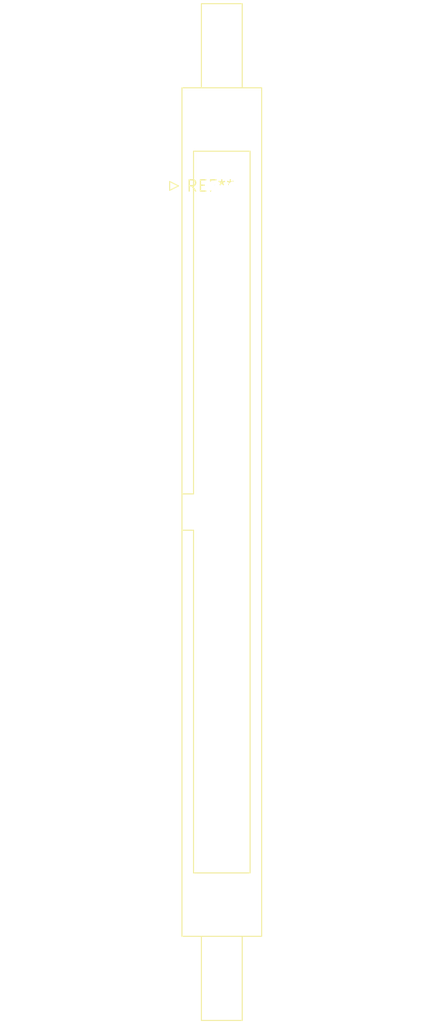
<source format=kicad_pcb>
(kicad_pcb (version 20240108) (generator pcbnew)
  (layers (0 "F.Cu" signal) (31 "B.Cu" signal) (34 "B.Paste" user) (35 "F.Paste" user) (36 "B.SilkS" user "B.Silkscreen") (37 "F.SilkS" user "F.Silkscreen") (38 "B.Mask" user) (39 "F.Mask" user) (44 "Edge.Cuts" user))
  (net 0 "")
  (footprint "IDC-Header_2x30_P2.54mm_Latch9.5mm_Vertical" (layer "F.Cu") (at 0 0)
    (property "Reference" "REF**")
    (property "Value" "IDC-Header_2x30_P2.54mm_Latch9.5mm_Vertical")
    (fp_line (start -4.63 -0.5) (end -4.63 0.5) (layer "F.SilkS") (stroke (width 0.12)))
    (fp_line (start -4.63 0.5) (end -3.63 0) (layer "F.SilkS") (stroke (width 0.12)))
    (fp_line (start -3.63 0) (end -4.63 -0.5) (layer "F.SilkS") (stroke (width 0.12)))
    (fp_line (start -3.24 -11.08) (end 5.78 -11.08) (layer "F.SilkS") (stroke (width 0.12)))
    (fp_line (start -3.24 34.78) (end -1.93 34.78) (layer "F.SilkS") (stroke (width 0.12)))
    (fp_line (start -3.24 84.74) (end -3.24 -11.08) (layer "F.SilkS") (stroke (width 0.12)))
    (fp_line (start -1.93 -3.92) (end 4.47 -3.92) (layer "F.SilkS") (stroke (width 0.12)))
    (fp_line (start -1.93 34.78) (end -1.93 -3.92) (layer "F.SilkS") (stroke (width 0.12)))
    (fp_line (start -1.93 38.88) (end -3.24 38.88) (layer "F.SilkS") (stroke (width 0.12)))
    (fp_line (start -1.93 38.88) (end -1.93 38.88) (layer "F.SilkS") (stroke (width 0.12)))
    (fp_line (start -1.93 77.58) (end -1.93 38.88) (layer "F.SilkS") (stroke (width 0.12)))
    (fp_line (start -1.04 -20.58) (end 3.58 -20.58) (layer "F.SilkS") (stroke (width 0.12)))
    (fp_line (start -1.04 -11.08) (end -1.04 -20.58) (layer "F.SilkS") (stroke (width 0.12)))
    (fp_line (start -1.04 84.74) (end -1.04 94.24) (layer "F.SilkS") (stroke (width 0.12)))
    (fp_line (start -1.04 94.24) (end 3.58 94.24) (layer "F.SilkS") (stroke (width 0.12)))
    (fp_line (start 3.58 -20.58) (end 3.58 -11.08) (layer "F.SilkS") (stroke (width 0.12)))
    (fp_line (start 3.58 94.24) (end 3.58 84.74) (layer "F.SilkS") (stroke (width 0.12)))
    (fp_line (start 4.47 -3.92) (end 4.47 77.58) (layer "F.SilkS") (stroke (width 0.12)))
    (fp_line (start 4.47 77.58) (end -1.93 77.58) (layer "F.SilkS") (stroke (width 0.12)))
    (fp_line (start 5.78 -11.08) (end 5.78 84.74) (layer "F.SilkS") (stroke (width 0.12)))
    (fp_line (start 5.78 84.74) (end -3.24 84.74) (layer "F.SilkS") (stroke (width 0.12)))
    (pad "1" thru_hole roundrect (at 0 0) (size 1.7 1.7) (drill 1) (layers *.Cu *.Mask) (remove_unused_layers) (roundrect_rratio 0.147059))
    (pad "2" thru_hole circle (at 2.54 0) (size 1.7 1.7) (drill 1) (layers *.Cu *.Mask) (remove_unused_layers))
    (pad "3" thru_hole circle (at 0 2.54) (size 1.7 1.7) (drill 1) (layers *.Cu *.Mask) (remove_unused_layers))
    (pad "4" thru_hole circle (at 2.54 2.54) (size 1.7 1.7) (drill 1) (layers *.Cu *.Mask) (remove_unused_layers))
    (pad "5" thru_hole circle (at 0 5.08) (size 1.7 1.7) (drill 1) (layers *.Cu *.Mask) (remove_unused_layers))
    (pad "6" thru_hole circle (at 2.54 5.08) (size 1.7 1.7) (drill 1) (layers *.Cu *.Mask) (remove_unused_layers))
    (pad "7" thru_hole circle (at 0 7.62) (size 1.7 1.7) (drill 1) (layers *.Cu *.Mask) (remove_unused_layers))
    (pad "8" thru_hole circle (at 2.54 7.62) (size 1.7 1.7) (drill 1) (layers *.Cu *.Mask) (remove_unused_layers))
    (pad "9" thru_hole circle (at 0 10.16) (size 1.7 1.7) (drill 1) (layers *.Cu *.Mask) (remove_unused_layers))
    (pad "10" thru_hole circle (at 2.54 10.16) (size 1.7 1.7) (drill 1) (layers *.Cu *.Mask) (remove_unused_layers))
    (pad "11" thru_hole circle (at 0 12.7) (size 1.7 1.7) (drill 1) (layers *.Cu *.Mask) (remove_unused_layers))
    (pad "12" thru_hole circle (at 2.54 12.7) (size 1.7 1.7) (drill 1) (layers *.Cu *.Mask) (remove_unused_layers))
    (pad "13" thru_hole circle (at 0 15.24) (size 1.7 1.7) (drill 1) (layers *.Cu *.Mask) (remove_unused_layers))
    (pad "14" thru_hole circle (at 2.54 15.24) (size 1.7 1.7) (drill 1) (layers *.Cu *.Mask) (remove_unused_layers))
    (pad "15" thru_hole circle (at 0 17.78) (size 1.7 1.7) (drill 1) (layers *.Cu *.Mask) (remove_unused_layers))
    (pad "16" thru_hole circle (at 2.54 17.78) (size 1.7 1.7) (drill 1) (layers *.Cu *.Mask) (remove_unused_layers))
    (pad "17" thru_hole circle (at 0 20.32) (size 1.7 1.7) (drill 1) (layers *.Cu *.Mask) (remove_unused_layers))
    (pad "18" thru_hole circle (at 2.54 20.32) (size 1.7 1.7) (drill 1) (layers *.Cu *.Mask) (remove_unused_layers))
    (pad "19" thru_hole circle (at 0 22.86) (size 1.7 1.7) (drill 1) (layers *.Cu *.Mask) (remove_unused_layers))
    (pad "20" thru_hole circle (at 2.54 22.86) (size 1.7 1.7) (drill 1) (layers *.Cu *.Mask) (remove_unused_layers))
    (pad "21" thru_hole circle (at 0 25.4) (size 1.7 1.7) (drill 1) (layers *.Cu *.Mask) (remove_unused_layers))
    (pad "22" thru_hole circle (at 2.54 25.4) (size 1.7 1.7) (drill 1) (layers *.Cu *.Mask) (remove_unused_layers))
    (pad "23" thru_hole circle (at 0 27.94) (size 1.7 1.7) (drill 1) (layers *.Cu *.Mask) (remove_unused_layers))
    (pad "24" thru_hole circle (at 2.54 27.94) (size 1.7 1.7) (drill 1) (layers *.Cu *.Mask) (remove_unused_layers))
    (pad "25" thru_hole circle (at 0 30.48) (size 1.7 1.7) (drill 1) (layers *.Cu *.Mask) (remove_unused_layers))
    (pad "26" thru_hole circle (at 2.54 30.48) (size 1.7 1.7) (drill 1) (layers *.Cu *.Mask) (remove_unused_layers))
    (pad "27" thru_hole circle (at 0 33.02) (size 1.7 1.7) (drill 1) (layers *.Cu *.Mask) (remove_unused_layers))
    (pad "28" thru_hole circle (at 2.54 33.02) (size 1.7 1.7) (drill 1) (layers *.Cu *.Mask) (remove_unused_layers))
    (pad "29" thru_hole circle (at 0 35.56) (size 1.7 1.7) (drill 1) (layers *.Cu *.Mask) (remove_unused_layers))
    (pad "30" thru_hole circle (at 2.54 35.56) (size 1.7 1.7) (drill 1) (layers *.Cu *.Mask) (remove_unused_layers))
    (pad "31" thru_hole circle (at 0 38.1) (size 1.7 1.7) (drill 1) (layers *.Cu *.Mask) (remove_unused_layers))
    (pad "32" thru_hole circle (at 2.54 38.1) (size 1.7 1.7) (drill 1) (layers *.Cu *.Mask) (remove_unused_layers))
    (pad "33" thru_hole circle (at 0 40.64) (size 1.7 1.7) (drill 1) (layers *.Cu *.Mask) (remove_unused_layers))
    (pad "34" thru_hole circle (at 2.54 40.64) (size 1.7 1.7) (drill 1) (layers *.Cu *.Mask) (remove_unused_layers))
    (pad "35" thru_hole circle (at 0 43.18) (size 1.7 1.7) (drill 1) (layers *.Cu *.Mask) (remove_unused_layers))
    (pad "36" thru_hole circle (at 2.54 43.18) (size 1.7 1.7) (drill 1) (layers *.Cu *.Mask) (remove_unused_layers))
    (pad "37" thru_hole circle (at 0 45.72) (size 1.7 1.7) (drill 1) (layers *.Cu *.Mask) (remove_unused_layers))
    (pad "38" thru_hole circle (at 2.54 45.72) (size 1.7 1.7) (drill 1) (layers *.Cu *.Mask) (remove_unused_layers))
    (pad "39" thru_hole circle (at 0 48.26) (size 1.7 1.7) (drill 1) (layers *.Cu *.Mask) (remove_unused_layers))
    (pad "40" thru_hole circle (at 2.54 48.26) (size 1.7 1.7) (drill 1) (layers *.Cu *.Mask) (remove_unused_layers))
    (pad "41" thru_hole circle (at 0 50.8) (size 1.7 1.7) (drill 1) (layers *.Cu *.Mask) (remove_unused_layers))
    (pad "42" thru_hole circle (at 2.54 50.8) (size 1.7 1.7) (drill 1) (layers *.Cu *.Mask) (remove_unused_layers))
    (pad "43" thru_hole circle (at 0 53.34) (size 1.7 1.7) (drill 1) (layers *.Cu *.Mask) (remove_unused_layers))
    (pad "44" thru_hole circle (at 2.54 53.34) (size 1.7 1.7) (drill 1) (layers *.Cu *.Mask) (remove_unused_layers))
    (pad "45" thru_hole circle (at 0 55.88) (size 1.7 1.7) (drill 1) (layers *.Cu *.Mask) (remove_unused_layers))
    (pad "46" thru_hole circle (at 2.54 55.88) (size 1.7 1.7) (drill 1) (layers *.Cu *.Mask) (remove_unused_layers))
    (pad "47" thru_hole circle (at 0 58.42) (size 1.7 1.7) (drill 1) (layers *.Cu *.Mask) (remove_unused_layers))
    (pad "48" thru_hole circle (at 2.54 58.42) (size 1.7 1.7) (drill 1) (layers *.Cu *.Mask) (remove_unused_layers))
    (pad "49" thru_hole circle (at 0 60.96) (size 1.7 1.7) (drill 1) (layers *.Cu *.Mask) (remove_unused_layers))
    (pad "50" thru_hole circle (at 2.54 60.96) (size 1.7 1.7) (drill 1) (layers *.Cu *.Mask) (remove_unused_layers))
    (pad "51" thru_hole circle (at 0 63.5) (size 1.7 1.7) (drill 1) (layers *.Cu *.Mask) (remove_unused_layers))
    (pad "52" thru_hole circle (at 2.54 63.5) (size 1.7 1.7) (drill 1) (layers *.Cu *.Mask) (remove_unused_layers))
    (pad "53" thru_hole circle (at 0 66.04) (size 1.7 1.7) (drill 1) (layers *.Cu *.Mask) (remove_unused_layers))
    (pad "54" thru_hole circle (at 2.54 66.04) (size 1.7 1.7) (drill 1) (layers *.Cu *.Mask) (remove_unused_layers))
    (pad "55" thru_hole circle (at 0 68.58) (size 1.7 1.7) (drill 1) (layers *.Cu *.Mask) (remove_unused_layers))
    (pad "56" thru_hole circle (at 2.54 68.58) (size 1.7 1.7) (drill 1) (layers *.Cu *.Mask) (remove_unused_layers))
    (pad "57" thru_hole circle (at 0 71.12) (size 1.7 1.7) (drill 1) (layers *.Cu *.Mask) (remove_unused_layers))
    (pad "58" thru_hole circle (at 2.54 71.12) (size 1.7 1.7) (drill 1) (layers *.Cu *.Mask) (remove_unused_layers))
    (pad "59" thru_hole circle (at 0 73.66) (size 1.7 1.7) (drill 1) (layers *.Cu *.Mask) (remove_unused_layers))
    (pad "60" thru_hole circle (at 2.54 73.66) (size 1.7 1.7) (drill 1) (layers *.Cu *.Mask) (remove_unused_layers))
  )
)
</source>
